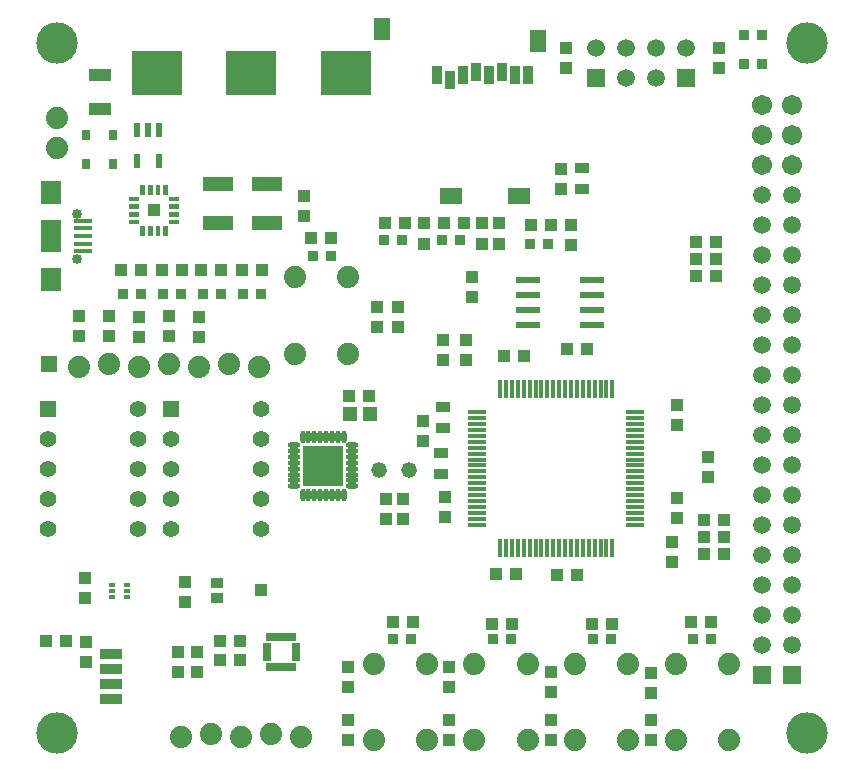
<source format=gbr>
%TF.GenerationSoftware,Novarm,DipTrace,3.2.0.1*%
%TF.CreationDate,2017-11-17T22:28:02-08:00*%
%FSLAX26Y26*%
%MOIN*%
%TF.FileFunction,Soldermask,Top*%
%TF.Part,Single*%
%AMOUTLINE0*
4,1,4,
-0.049213,-0.023622,
0.049213,-0.023622,
0.049213,0.023622,
-0.049213,0.023622,
-0.049213,-0.023622,
0*%
%AMOUTLINE1*
4,1,4,
-0.012402,-0.016339,
0.012402,-0.016339,
0.012402,0.016339,
-0.012402,0.016339,
-0.012402,-0.016339,
0*%
%AMOUTLINE2*
4,1,4,
-0.035433,0.019685,
-0.035433,-0.019685,
0.035433,-0.019685,
0.035433,0.019685,
-0.035433,0.019685,
0*%
%AMOUTLINE3*
4,1,4,
-0.028543,0.007874,
-0.028543,-0.007874,
0.028543,-0.007874,
0.028543,0.007874,
-0.028543,0.007874,
0*%
%AMOUTLINE4*
4,1,4,
-0.029528,0.035433,
-0.029528,-0.035433,
0.029528,-0.035433,
0.029528,0.035433,
-0.029528,0.035433,
0*%
%AMOUTLINE5*
4,1,4,
-0.029528,0.049213,
-0.029528,-0.049213,
0.029528,-0.049213,
0.029528,0.049213,
-0.029528,0.049213,
0*%
%AMOUTLINE6*
4,1,4,
0.026163,0.026163,
0.026205,-0.026121,
-0.026121,-0.026205,
-0.026163,0.026163,
0.026163,0.026163,
0*%
%AMOUTLINE7*
4,1,4,
-0.023622,0.015748,
-0.023622,-0.015748,
0.023622,-0.015748,
0.023622,0.015748,
-0.023622,0.015748,
0*%
%AMOUTLINE8*
4,1,4,
0.023622,-0.015748,
0.023622,0.015748,
-0.023622,0.015748,
-0.023622,-0.015748,
0.023622,-0.015748,
0*%
%AMOUTLINE9*
4,1,4,
-0.015748,0.015748,
-0.015748,-0.015748,
0.015748,-0.015748,
0.015748,0.015748,
-0.015748,0.015748,
0*%
%AMOUTLINE10*
4,1,4,
0.015748,0.029528,
-0.015748,0.029528,
-0.015748,-0.029528,
0.015748,-0.029528,
0.015748,0.029528,
0*%
%AMOUTLINE11*
4,1,4,
0.035433,0.027559,
-0.035433,0.027559,
-0.035433,-0.027559,
0.035433,-0.027559,
0.035433,0.027559,
0*%
%AMOUTLINE12*
4,1,4,
0.027559,0.037402,
-0.027559,0.037402,
-0.027559,-0.037402,
0.027559,-0.037402,
0.027559,0.037402,
0*%
%AMOUTLINE13*
4,1,4,
0.00689,-0.01378,
0.00689,0.01378,
-0.00689,0.01378,
-0.00689,-0.01378,
0.00689,-0.01378,
0*%
%AMOUTLINE14*
4,1,4,
0.01378,0.00689,
-0.01378,0.00689,
-0.01378,-0.00689,
0.01378,-0.00689,
0.01378,0.00689,
0*%
%AMOUTLINE15*
4,1,4,
-0.00689,0.01378,
-0.00689,-0.01378,
0.00689,-0.01378,
0.00689,0.01378,
-0.00689,0.01378,
0*%
%AMOUTLINE16*
4,1,4,
-0.01378,-0.00689,
0.01378,-0.00689,
0.01378,0.00689,
-0.01378,0.00689,
-0.01378,-0.00689,
0*%
%AMOUTLINE17*
4,1,4,
0.019685,-0.019685,
0.019685,0.019685,
-0.019685,0.019685,
-0.019685,-0.019685,
0.019685,-0.019685,
0*%
%AMOUTLINE18*
4,1,4,
-0.010827,-0.023622,
0.010827,-0.023622,
0.010827,0.023622,
-0.010827,0.023622,
-0.010827,-0.023622,
0*%
%AMOUTLINE19*
4,1,4,
0.021654,0.015748,
-0.021654,0.015748,
-0.021654,-0.015748,
0.021654,-0.015748,
0.021654,0.015748,
0*%
%AMOUTLINE20*
4,1,4,
0.021654,0.019685,
-0.021654,0.019685,
-0.021654,-0.019685,
0.021654,-0.019685,
0.021654,0.019685,
0*%
%AMOUTLINE21*
4,1,4,
0.035433,-0.015748,
0.035433,0.015748,
-0.035433,0.015748,
-0.035433,-0.015748,
0.035433,-0.015748,
0*%
%AMOUTLINE22*
4,1,4,
-0.009843,0.005906,
-0.009843,-0.005906,
0.009843,-0.005906,
0.009843,0.005906,
-0.009843,0.005906,
0*%
%ADD21R,0.043307X0.03937*%
%ADD22R,0.03937X0.043307*%
%ADD30C,0.074*%
%ADD33C,0.052*%
%ADD35R,0.062992X0.011811*%
%ADD36R,0.011811X0.062992*%
%ADD37R,0.07874X0.023622*%
%ADD41R,0.05937X0.05937*%
%ADD42C,0.05937*%
%ADD47R,0.059055X0.059055*%
%ADD48C,0.059055*%
%ADD50C,0.137795*%
%ADD51C,0.033465*%
%ADD59C,0.067055*%
%ADD63R,0.135953X0.135953*%
%ADD65O,0.041465X0.019811*%
%ADD67O,0.019811X0.041465*%
%ADD73R,0.027685X0.019811*%
%ADD75R,0.019811X0.027685*%
%ADD87C,0.056*%
%ADD89R,0.055992X0.055992*%
%ADD93R,0.051307X0.04737*%
%ADD95R,0.16548X0.149732*%
%ADD100OUTLINE0*%
%ADD101OUTLINE1*%
%ADD102OUTLINE2*%
%ADD103OUTLINE3*%
%ADD104OUTLINE4*%
%ADD105OUTLINE5*%
%ADD106OUTLINE6*%
%ADD107OUTLINE7*%
%ADD108OUTLINE8*%
%ADD109OUTLINE9*%
%ADD110OUTLINE10*%
%ADD111OUTLINE11*%
%ADD112OUTLINE12*%
%ADD113OUTLINE13*%
%ADD114OUTLINE14*%
%ADD115OUTLINE15*%
%ADD116OUTLINE16*%
%ADD117OUTLINE17*%
%ADD118OUTLINE18*%
%ADD119OUTLINE19*%
%ADD120OUTLINE20*%
%ADD121OUTLINE21*%
%ADD122OUTLINE22*%
G75*
G01*
%LPD*%
D95*
X1456500Y2694000D3*
X1141539D3*
X826579D3*
D21*
X2050424Y1750382D3*
X1983495D3*
X1956664Y1025306D3*
X2023593D3*
D22*
X2562749Y1209625D3*
Y1276554D3*
D21*
X2228182Y1019197D3*
X2161253D3*
D22*
X2559625Y1519000D3*
Y1585929D3*
X1787749Y1281500D3*
Y1214571D3*
X1715875Y1465871D3*
Y1532801D3*
X1647003Y1275156D3*
Y1208227D3*
X1590752Y1275156D3*
Y1208227D3*
D100*
X1031470Y2322129D3*
Y2192207D3*
X1193987Y2322129D3*
Y2192207D3*
D21*
X2193811Y1775367D3*
X2260740D3*
D22*
X1319000Y2284625D3*
Y2217696D3*
X1877465Y2014965D3*
Y1948035D3*
D21*
X1037752Y800249D3*
X1104681D3*
X1103378Y737749D3*
X1036449D3*
D22*
X587749Y944000D3*
Y1010929D3*
X589982Y796243D3*
Y729314D3*
X2175437Y2375448D3*
Y2308518D3*
D21*
X1469000Y1615875D3*
X1535929D3*
D101*
X590875Y2487751D3*
X681427D3*
X590875Y2390875D3*
X681427D3*
D89*
X875251Y1572125D3*
D87*
Y1472125D3*
Y1372125D3*
Y1272125D3*
Y1172125D3*
X1175251D3*
Y1272125D3*
Y1372125D3*
Y1472125D3*
Y1572125D3*
D89*
X465875D3*
D87*
Y1472125D3*
Y1372125D3*
Y1272125D3*
Y1172125D3*
X765875D3*
Y1272125D3*
Y1372125D3*
Y1472125D3*
Y1572125D3*
D102*
X637751Y2575251D3*
Y2685487D3*
D50*
X494000Y494000D3*
X2994000D3*
Y2794000D3*
X494000D3*
G36*
X507681Y2334658D2*
X440820D1*
Y2255851D1*
X507681D1*
Y2334658D1*
G37*
G36*
Y2044594D2*
X440820D1*
Y1965787D1*
X507681D1*
Y2044594D1*
G37*
G36*
Y2203405D2*
X440845D1*
Y2097040D1*
X507681D1*
Y2203405D1*
G37*
D103*
X581500Y2150251D3*
Y2175841D3*
Y2099070D3*
Y2124659D3*
D104*
X474217Y2295329D3*
Y2005172D3*
D105*
Y2150251D3*
D103*
X581500Y2201430D3*
D51*
X560831Y2225054D3*
Y2075446D3*
D30*
X494000Y2444000D3*
Y2544000D3*
D106*
X469000Y1725249D3*
D30*
X569000Y1715249D3*
X669000Y1725249D3*
X769000Y1715249D3*
X869000Y1725249D3*
X969000Y1715249D3*
X1069000Y1725249D3*
X1169000Y1715249D3*
D107*
X1775398Y1356591D3*
Y1427457D3*
D108*
X1781647Y1581614D3*
Y1510748D3*
D107*
X2244194Y2306690D3*
Y2377556D3*
D109*
X1407251Y2083751D3*
X1348196D3*
X908583Y1956501D3*
X849528D3*
X775251D3*
X716196D3*
X1175249D3*
X1116194D3*
X1041916D3*
X982861D3*
X2675249Y806500D3*
X2616194D3*
X2341916D3*
X2282861D3*
X2008584D3*
X1949529D3*
X1675251D3*
X1616196D3*
X1837902Y2137923D3*
X1778846D3*
X1644131D3*
X1585076D3*
X2131682Y2125421D3*
X2072627D3*
X2844000Y2725251D3*
X2784945D3*
X2844000Y2819000D3*
X2784945D3*
D110*
X1762749Y2687749D3*
X1806056Y2672001D3*
X1849364Y2687749D3*
X1892671Y2695623D3*
X1935978Y2687749D3*
X1979285Y2695623D3*
X2022592Y2687749D3*
X2065899D3*
D111*
X2034009Y2282238D3*
X1809600D3*
D112*
X1579285Y2839324D3*
X2097001Y2799954D3*
D33*
X1569000Y1369000D3*
X1669000D3*
D22*
X1781654Y1736257D3*
Y1803186D3*
X1856654Y1737881D3*
Y1804810D3*
D21*
X1339677Y2144173D3*
X1406606D3*
D22*
X1631500Y1912751D3*
Y1845822D3*
X1969165Y2125421D3*
Y2192350D3*
X969000Y1812751D3*
Y1879680D3*
X869000Y1815875D3*
Y1882804D3*
X769000Y1814571D3*
Y1881500D3*
X669000Y1815875D3*
Y1882804D3*
X2544226Y1131567D3*
Y1064638D3*
X569000Y1884625D3*
Y1817696D3*
D21*
X843738Y2037751D3*
X910667D3*
X708320D3*
X775249D3*
D22*
X1562751Y1912751D3*
Y1845822D3*
D21*
X1109625Y2037751D3*
X1176554D3*
X975251D3*
X1042180D3*
X2675249Y862749D3*
X2608320D3*
X2344000Y856500D3*
X2277071D3*
X2012751D3*
X1945822D3*
X1681500Y862749D3*
X1614571D3*
D22*
X1912741Y2125249D3*
Y2192178D3*
D21*
X1783311Y2194000D3*
X1850240D3*
D22*
X1718991Y2125249D3*
Y2192178D3*
D21*
X1587739Y2194000D3*
X1654668D3*
D22*
X2206690Y2119171D3*
Y2186100D3*
D21*
X2075427Y2187928D3*
X2142356D3*
D22*
X1465073Y714995D3*
Y648066D3*
X1802609Y714995D3*
Y648066D3*
X2141972Y696243D3*
Y629314D3*
X2475469Y694031D3*
Y627102D3*
X2140144Y537765D3*
Y470836D3*
X1802609Y537765D3*
Y470836D3*
X2475469Y537765D3*
Y470836D3*
X1465073Y537765D3*
Y470836D3*
D21*
X456507Y800282D3*
X523436D3*
D22*
X962810Y762778D3*
Y695849D3*
X897175Y762778D3*
Y695849D3*
D21*
X2650249Y1203375D3*
X2717178D3*
X2650251Y1147125D3*
X2717180D3*
X2650249Y1090875D3*
X2717178D3*
X2625251Y2131500D3*
X2692180D3*
X2625252Y2075251D3*
X2692181D3*
X2625488Y2016034D3*
X2692417D3*
D22*
X920157Y930713D3*
Y997642D3*
X2702466Y2777465D3*
Y2710535D3*
X2662988Y1412846D3*
Y1345917D3*
X2189963Y2710546D3*
Y2777475D3*
D93*
X1469911Y1557411D3*
X1536840D3*
D30*
X1287749Y1756500D3*
Y2012500D3*
X1465749Y1756500D3*
Y2012500D3*
X1550249Y469000D3*
Y725000D3*
X1728249Y469000D3*
Y725000D3*
X1885667Y469000D3*
Y725000D3*
X2063667Y469000D3*
Y725000D3*
X2221083Y469000D3*
Y725000D3*
X2399083Y469000D3*
Y725000D3*
X2556500Y469000D3*
Y725000D3*
X2734500Y469000D3*
Y725000D3*
D35*
X1894984Y1562749D3*
Y1543064D3*
Y1523379D3*
Y1503694D3*
Y1484009D3*
Y1464324D3*
Y1444639D3*
Y1424954D3*
Y1405269D3*
Y1385584D3*
Y1365899D3*
Y1346214D3*
Y1326529D3*
Y1306844D3*
Y1287159D3*
Y1267474D3*
Y1247789D3*
Y1228104D3*
Y1208419D3*
Y1188734D3*
D36*
X1971756Y1111962D3*
X1991441D3*
X2011126D3*
X2030811D3*
X2050496D3*
X2070181D3*
X2089866D3*
X2109551D3*
X2129236D3*
X2148921D3*
X2168606D3*
X2188291D3*
X2207976D3*
X2227661D3*
X2247346D3*
X2267031D3*
X2286717D3*
X2306402D3*
X2326087D3*
X2345772D3*
D35*
X2422543Y1188734D3*
Y1208419D3*
Y1228104D3*
Y1247789D3*
Y1267474D3*
Y1287159D3*
Y1306844D3*
Y1326529D3*
Y1346214D3*
Y1365899D3*
Y1385584D3*
Y1405269D3*
Y1424954D3*
Y1444639D3*
Y1464324D3*
Y1484009D3*
Y1503694D3*
Y1523379D3*
Y1543064D3*
Y1562749D3*
D36*
X2345772Y1639521D3*
X2326087D3*
X2306402D3*
X2286717D3*
X2267031D3*
X2247346D3*
X2227661D3*
X2207976D3*
X2188291D3*
X2168606D3*
X2148921D3*
X2129236D3*
X2109551D3*
X2089866D3*
X2070181D3*
X2050496D3*
X2030811D3*
X2011126D3*
X1991441D3*
X1971756D3*
G36*
X864371Y2286645D2*
X848593D1*
Y2320094D1*
X864371D1*
Y2286645D1*
G37*
G36*
X838791D2*
X823013D1*
Y2320094D1*
X838791D1*
Y2286645D1*
G37*
G36*
X813194D2*
X797416D1*
Y2320094D1*
X813194D1*
Y2286645D1*
G37*
G36*
X787598D2*
X771836D1*
Y2320094D1*
X787598D1*
Y2286645D1*
G37*
G36*
X766944Y2281702D2*
X733475D1*
Y2265959D1*
X766944D1*
Y2281702D1*
G37*
G36*
Y2256124D2*
X733475D1*
Y2240364D1*
X766944D1*
Y2256124D1*
G37*
G36*
Y2230529D2*
X733475D1*
Y2214787D1*
X766944D1*
Y2230529D1*
G37*
G36*
Y2204935D2*
X733475D1*
Y2189192D1*
X766944D1*
Y2204935D1*
G37*
G36*
X771887Y2184300D2*
X787598D1*
Y2150816D1*
X771887D1*
Y2184300D1*
G37*
G36*
X797467D2*
X813194D1*
Y2150816D1*
X797467D1*
Y2184300D1*
G37*
G36*
X823064D2*
X838791D1*
Y2150816D1*
X823064D1*
Y2184300D1*
G37*
G36*
X848644D2*
X864371D1*
Y2150816D1*
X848644D1*
Y2184300D1*
G37*
G36*
X869281Y2189242D2*
X902766D1*
Y2204935D1*
X869281D1*
Y2189242D1*
G37*
G36*
Y2214837D2*
X902766D1*
Y2230529D1*
X869281D1*
Y2214837D1*
G37*
G36*
Y2240415D2*
X902766D1*
Y2256124D1*
X869281D1*
Y2240415D1*
G37*
G36*
Y2266010D2*
X902766D1*
Y2281702D1*
X869281D1*
Y2266010D1*
G37*
D113*
X856500Y2303375D3*
X830909D3*
X805319D3*
X779728D3*
D114*
X750201Y2273848D3*
Y2248257D3*
Y2222667D3*
Y2197076D3*
D115*
X779728Y2167549D3*
X805319D3*
X830909D3*
X856500D3*
D116*
X886028Y2197076D3*
Y2222667D3*
Y2248257D3*
Y2273848D3*
D117*
X818114Y2235462D3*
D118*
X834625Y2503375D3*
X797223D3*
X759822D3*
Y2401005D3*
X834625D3*
D37*
X2065875Y2003375D3*
Y1953375D3*
Y1903375D3*
Y1853375D3*
X2278474D3*
Y1903375D3*
Y1953375D3*
Y2003375D3*
D75*
X1281593Y812783D3*
X1261908D3*
X1242223D3*
X1222538D3*
X1202853D3*
D73*
X1193010Y783256D3*
Y763571D3*
Y743886D3*
D75*
X1222538Y714358D3*
X1242223D3*
X1261908D3*
X1281593D3*
D73*
X1291436Y743886D3*
Y763571D3*
Y783256D3*
D75*
X1202853Y714358D3*
D119*
X1028375Y944000D3*
D120*
X1175226Y969984D3*
D119*
X1028375Y995181D3*
D121*
X675280Y756528D3*
Y606528D3*
Y656528D3*
Y706528D3*
D122*
X728375Y947126D3*
Y966811D3*
Y986496D3*
X676407D3*
Y966811D3*
Y947126D3*
D41*
X2590875Y2678375D3*
D42*
Y2778375D3*
X2490875Y2678375D3*
Y2778375D3*
X2390875Y2678375D3*
Y2778375D3*
D41*
X2290875Y2678375D3*
D42*
Y2778375D3*
D67*
X1450816Y1481230D3*
X1431131D3*
X1411446D3*
X1391761D3*
X1372076D3*
X1352391D3*
X1332706D3*
X1313021D3*
D65*
X1285462Y1453671D3*
Y1433986D3*
Y1414301D3*
Y1394615D3*
Y1374930D3*
Y1355245D3*
Y1335560D3*
Y1315875D3*
D67*
X1313021Y1288316D3*
X1332706D3*
X1352391D3*
X1372076D3*
X1391761D3*
X1411446D3*
X1431131D3*
X1450816D3*
D65*
X1478375Y1315875D3*
Y1335560D3*
Y1355245D3*
Y1374930D3*
Y1394615D3*
Y1414301D3*
Y1433986D3*
Y1453671D3*
D63*
X1381919Y1384773D3*
D47*
X2844000Y687749D3*
D48*
Y787749D3*
Y887749D3*
Y987749D3*
Y1087749D3*
Y1187749D3*
Y1287749D3*
Y1387749D3*
Y1487749D3*
Y1587749D3*
Y1687749D3*
Y1787749D3*
Y1887749D3*
Y1987749D3*
Y2087749D3*
Y2187749D3*
Y2287749D3*
D59*
Y2387749D3*
Y2487749D3*
Y2587749D3*
D47*
X2944000Y687749D3*
D48*
Y787749D3*
Y887749D3*
Y987749D3*
Y1087749D3*
Y1187749D3*
Y1287749D3*
Y1387749D3*
Y1487749D3*
Y1587749D3*
Y1687749D3*
Y1787749D3*
Y1887749D3*
Y1987749D3*
Y2087749D3*
Y2187749D3*
Y2287749D3*
D59*
Y2387749D3*
Y2487749D3*
Y2587749D3*
D30*
X1306596Y481247D3*
X1206596Y491247D3*
X1106596Y481247D3*
X1006596Y491247D3*
X906596Y481247D3*
M02*

</source>
